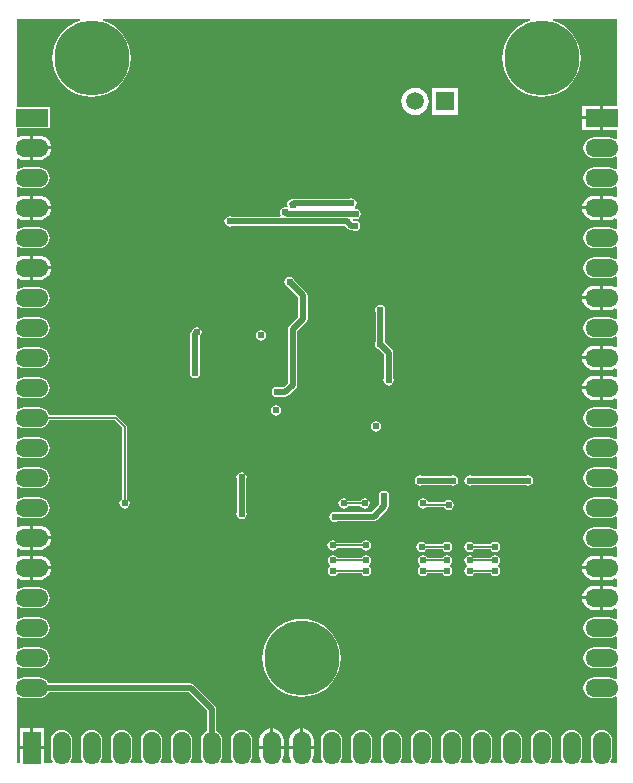
<source format=gbl>
G04*
G04 #@! TF.GenerationSoftware,Altium Limited,Altium Designer,19.1.7 (138)*
G04*
G04 Layer_Physical_Order=2*
G04 Layer_Color=16711680*
%FSLAX25Y25*%
%MOIN*%
G70*
G01*
G75*
%ADD15C,0.00600*%
%ADD55C,0.02000*%
%ADD58R,0.05984X0.05984*%
%ADD59C,0.05984*%
%ADD60C,0.25000*%
%ADD61R,0.11000X0.06000*%
%ADD62O,0.11000X0.06000*%
%ADD63R,0.06000X0.11000*%
%ADD64O,0.06000X0.11000*%
%ADD65C,0.02800*%
%ADD66C,0.02400*%
G36*
X203474Y222500D02*
X199000D01*
Y218500D01*
Y214500D01*
X203474D01*
Y211578D01*
X203026Y211357D01*
X202765Y211557D01*
X201914Y211910D01*
X201000Y212030D01*
X196000D01*
X195086Y211910D01*
X194235Y211557D01*
X193504Y210996D01*
X192943Y210265D01*
X192590Y209414D01*
X192470Y208500D01*
X192590Y207586D01*
X192943Y206735D01*
X193504Y206004D01*
X194235Y205443D01*
X195086Y205090D01*
X196000Y204970D01*
X201000D01*
X201914Y205090D01*
X202765Y205443D01*
X203026Y205643D01*
X203474Y205422D01*
Y201578D01*
X203026Y201357D01*
X202765Y201557D01*
X201914Y201910D01*
X201000Y202030D01*
X196000D01*
X195086Y201910D01*
X194235Y201557D01*
X193504Y200996D01*
X192943Y200265D01*
X192590Y199414D01*
X192470Y198500D01*
X192590Y197586D01*
X192943Y196735D01*
X193504Y196004D01*
X194235Y195443D01*
X195086Y195090D01*
X196000Y194970D01*
X201000D01*
X201914Y195090D01*
X202765Y195443D01*
X203026Y195643D01*
X203474Y195422D01*
Y192209D01*
X203340Y192142D01*
X202974Y192012D01*
X202044Y192397D01*
X201000Y192534D01*
X199000D01*
Y188500D01*
Y184466D01*
X201000D01*
X202044Y184603D01*
X202974Y184988D01*
X203340Y184857D01*
X203474Y184791D01*
Y181578D01*
X203026Y181357D01*
X202765Y181557D01*
X201914Y181910D01*
X201000Y182030D01*
X196000D01*
X195086Y181910D01*
X194235Y181557D01*
X193504Y180996D01*
X192943Y180265D01*
X192590Y179414D01*
X192470Y178500D01*
X192590Y177586D01*
X192943Y176735D01*
X193504Y176004D01*
X194235Y175443D01*
X195086Y175090D01*
X196000Y174970D01*
X201000D01*
X201914Y175090D01*
X202765Y175443D01*
X203026Y175643D01*
X203474Y175422D01*
Y171578D01*
X203026Y171357D01*
X202765Y171557D01*
X201914Y171910D01*
X201000Y172030D01*
X196000D01*
X195086Y171910D01*
X194235Y171557D01*
X193504Y170996D01*
X192943Y170265D01*
X192590Y169414D01*
X192470Y168500D01*
X192590Y167586D01*
X192943Y166735D01*
X193504Y166004D01*
X194235Y165443D01*
X195086Y165090D01*
X196000Y164970D01*
X201000D01*
X201914Y165090D01*
X202765Y165443D01*
X203026Y165643D01*
X203474Y165422D01*
Y162209D01*
X203340Y162143D01*
X202974Y162012D01*
X202044Y162397D01*
X201000Y162534D01*
X199000D01*
Y158500D01*
Y154465D01*
X201000D01*
X202044Y154603D01*
X202974Y154988D01*
X203340Y154858D01*
X203474Y154791D01*
Y151578D01*
X203026Y151357D01*
X202765Y151557D01*
X201914Y151910D01*
X201000Y152030D01*
X196000D01*
X195086Y151910D01*
X194235Y151557D01*
X193504Y150996D01*
X192943Y150265D01*
X192590Y149414D01*
X192470Y148500D01*
X192590Y147586D01*
X192943Y146735D01*
X193504Y146004D01*
X194235Y145443D01*
X195086Y145090D01*
X196000Y144970D01*
X201000D01*
X201914Y145090D01*
X202765Y145443D01*
X203026Y145643D01*
X203474Y145422D01*
Y142209D01*
X203340Y142142D01*
X202974Y142012D01*
X202044Y142397D01*
X201000Y142534D01*
X199000D01*
Y138500D01*
Y134466D01*
X201000D01*
X202044Y134603D01*
X202974Y134988D01*
X203340Y134857D01*
X203474Y134791D01*
Y132209D01*
X203340Y132142D01*
X202974Y132012D01*
X202044Y132397D01*
X201000Y132535D01*
X199000D01*
Y128500D01*
Y124466D01*
X201000D01*
X202044Y124603D01*
X202974Y124988D01*
X203340Y124857D01*
X203474Y124791D01*
Y121578D01*
X203026Y121357D01*
X202765Y121557D01*
X201914Y121910D01*
X201000Y122030D01*
X196000D01*
X195086Y121910D01*
X194235Y121557D01*
X193504Y120996D01*
X192943Y120265D01*
X192590Y119414D01*
X192470Y118500D01*
X192590Y117586D01*
X192943Y116735D01*
X193504Y116004D01*
X194235Y115443D01*
X195086Y115090D01*
X196000Y114970D01*
X201000D01*
X201914Y115090D01*
X202765Y115443D01*
X203026Y115643D01*
X203474Y115422D01*
Y111578D01*
X203026Y111357D01*
X202765Y111557D01*
X201914Y111910D01*
X201000Y112030D01*
X196000D01*
X195086Y111910D01*
X194235Y111557D01*
X193504Y110996D01*
X192943Y110265D01*
X192590Y109414D01*
X192470Y108500D01*
X192590Y107586D01*
X192943Y106735D01*
X193504Y106004D01*
X194235Y105443D01*
X195086Y105090D01*
X196000Y104970D01*
X201000D01*
X201914Y105090D01*
X202765Y105443D01*
X203026Y105643D01*
X203474Y105422D01*
Y101578D01*
X203026Y101357D01*
X202765Y101557D01*
X201914Y101910D01*
X201000Y102030D01*
X196000D01*
X195086Y101910D01*
X194235Y101557D01*
X193504Y100996D01*
X192943Y100265D01*
X192590Y99414D01*
X192470Y98500D01*
X192590Y97586D01*
X192943Y96735D01*
X193504Y96004D01*
X194235Y95443D01*
X195086Y95090D01*
X196000Y94970D01*
X201000D01*
X201914Y95090D01*
X202765Y95443D01*
X203026Y95643D01*
X203474Y95422D01*
Y91578D01*
X203026Y91357D01*
X202765Y91557D01*
X201914Y91910D01*
X201000Y92030D01*
X196000D01*
X195086Y91910D01*
X194235Y91557D01*
X193504Y90996D01*
X192943Y90265D01*
X192590Y89414D01*
X192470Y88500D01*
X192590Y87586D01*
X192943Y86735D01*
X193504Y86004D01*
X194235Y85443D01*
X195086Y85090D01*
X196000Y84970D01*
X201000D01*
X201914Y85090D01*
X202765Y85443D01*
X203026Y85643D01*
X203474Y85422D01*
Y81578D01*
X203026Y81357D01*
X202765Y81557D01*
X201914Y81910D01*
X201000Y82030D01*
X196000D01*
X195086Y81910D01*
X194235Y81557D01*
X193504Y80996D01*
X192943Y80265D01*
X192590Y79414D01*
X192470Y78500D01*
X192590Y77586D01*
X192943Y76735D01*
X193504Y76004D01*
X194235Y75443D01*
X195086Y75090D01*
X196000Y74970D01*
X201000D01*
X201914Y75090D01*
X202765Y75443D01*
X203026Y75643D01*
X203474Y75422D01*
Y72209D01*
X203340Y72142D01*
X202974Y72012D01*
X202044Y72397D01*
X201000Y72535D01*
X199000D01*
Y68500D01*
Y64465D01*
X201000D01*
X202044Y64603D01*
X202974Y64988D01*
X203340Y64858D01*
X203474Y64791D01*
Y62209D01*
X203340Y62142D01*
X202974Y62012D01*
X202044Y62397D01*
X201000Y62534D01*
X199000D01*
Y58500D01*
Y54466D01*
X201000D01*
X202044Y54603D01*
X202974Y54988D01*
X203340Y54858D01*
X203474Y54791D01*
Y51578D01*
X203026Y51357D01*
X202765Y51557D01*
X201914Y51910D01*
X201000Y52030D01*
X196000D01*
X195086Y51910D01*
X194235Y51557D01*
X193504Y50996D01*
X192943Y50265D01*
X192590Y49414D01*
X192470Y48500D01*
X192590Y47586D01*
X192943Y46735D01*
X193504Y46004D01*
X194235Y45443D01*
X195086Y45090D01*
X196000Y44970D01*
X201000D01*
X201914Y45090D01*
X202765Y45443D01*
X203026Y45643D01*
X203474Y45422D01*
Y41578D01*
X203026Y41357D01*
X202765Y41557D01*
X201914Y41910D01*
X201000Y42030D01*
X196000D01*
X195086Y41910D01*
X194235Y41557D01*
X193504Y40996D01*
X192943Y40265D01*
X192590Y39414D01*
X192470Y38500D01*
X192590Y37586D01*
X192943Y36735D01*
X193504Y36004D01*
X194235Y35443D01*
X195086Y35090D01*
X196000Y34970D01*
X201000D01*
X201914Y35090D01*
X202765Y35443D01*
X203026Y35643D01*
X203474Y35422D01*
Y31578D01*
X203026Y31357D01*
X202765Y31557D01*
X201914Y31910D01*
X201000Y32030D01*
X196000D01*
X195086Y31910D01*
X194235Y31557D01*
X193504Y30996D01*
X192943Y30265D01*
X192590Y29414D01*
X192470Y28500D01*
X192590Y27586D01*
X192943Y26735D01*
X193504Y26004D01*
X194235Y25443D01*
X195086Y25090D01*
X196000Y24970D01*
X201000D01*
X201914Y25090D01*
X202765Y25443D01*
X203026Y25643D01*
X203474Y25422D01*
Y3526D01*
X201578D01*
X201357Y3974D01*
X201557Y4235D01*
X201910Y5086D01*
X202030Y6000D01*
Y11000D01*
X201910Y11914D01*
X201557Y12765D01*
X200996Y13496D01*
X200265Y14057D01*
X199414Y14410D01*
X198500Y14530D01*
X197586Y14410D01*
X196735Y14057D01*
X196004Y13496D01*
X195443Y12765D01*
X195090Y11914D01*
X194970Y11000D01*
Y6000D01*
X195090Y5086D01*
X195443Y4235D01*
X195643Y3974D01*
X195422Y3526D01*
X191578D01*
X191357Y3974D01*
X191557Y4235D01*
X191910Y5086D01*
X192030Y6000D01*
Y11000D01*
X191910Y11914D01*
X191557Y12765D01*
X190996Y13496D01*
X190265Y14057D01*
X189414Y14410D01*
X188500Y14530D01*
X187586Y14410D01*
X186735Y14057D01*
X186004Y13496D01*
X185443Y12765D01*
X185090Y11914D01*
X184970Y11000D01*
Y6000D01*
X185090Y5086D01*
X185443Y4235D01*
X185643Y3974D01*
X185422Y3526D01*
X181578D01*
X181357Y3974D01*
X181557Y4235D01*
X181910Y5086D01*
X182030Y6000D01*
Y11000D01*
X181910Y11914D01*
X181557Y12765D01*
X180996Y13496D01*
X180265Y14057D01*
X179414Y14410D01*
X178500Y14530D01*
X177586Y14410D01*
X176735Y14057D01*
X176004Y13496D01*
X175443Y12765D01*
X175090Y11914D01*
X174970Y11000D01*
Y6000D01*
X175090Y5086D01*
X175443Y4235D01*
X175643Y3974D01*
X175422Y3526D01*
X171578D01*
X171357Y3974D01*
X171557Y4235D01*
X171910Y5086D01*
X172030Y6000D01*
Y11000D01*
X171910Y11914D01*
X171557Y12765D01*
X170996Y13496D01*
X170265Y14057D01*
X169414Y14410D01*
X168500Y14530D01*
X167586Y14410D01*
X166735Y14057D01*
X166004Y13496D01*
X165443Y12765D01*
X165090Y11914D01*
X164970Y11000D01*
Y6000D01*
X165090Y5086D01*
X165443Y4235D01*
X165643Y3974D01*
X165422Y3526D01*
X161578D01*
X161357Y3974D01*
X161557Y4235D01*
X161910Y5086D01*
X162030Y6000D01*
Y11000D01*
X161910Y11914D01*
X161557Y12765D01*
X160996Y13496D01*
X160265Y14057D01*
X159414Y14410D01*
X158500Y14530D01*
X157586Y14410D01*
X156735Y14057D01*
X156004Y13496D01*
X155443Y12765D01*
X155090Y11914D01*
X154970Y11000D01*
Y6000D01*
X155090Y5086D01*
X155443Y4235D01*
X155643Y3974D01*
X155422Y3526D01*
X151578D01*
X151357Y3974D01*
X151557Y4235D01*
X151910Y5086D01*
X152030Y6000D01*
Y11000D01*
X151910Y11914D01*
X151557Y12765D01*
X150996Y13496D01*
X150265Y14057D01*
X149414Y14410D01*
X148500Y14530D01*
X147586Y14410D01*
X146735Y14057D01*
X146004Y13496D01*
X145443Y12765D01*
X145090Y11914D01*
X144970Y11000D01*
Y6000D01*
X145090Y5086D01*
X145443Y4235D01*
X145643Y3974D01*
X145422Y3526D01*
X141578D01*
X141357Y3974D01*
X141557Y4235D01*
X141910Y5086D01*
X142030Y6000D01*
Y11000D01*
X141910Y11914D01*
X141557Y12765D01*
X140996Y13496D01*
X140265Y14057D01*
X139414Y14410D01*
X138500Y14530D01*
X137586Y14410D01*
X136735Y14057D01*
X136004Y13496D01*
X135443Y12765D01*
X135090Y11914D01*
X134970Y11000D01*
Y6000D01*
X135090Y5086D01*
X135443Y4235D01*
X135643Y3974D01*
X135422Y3526D01*
X131578D01*
X131357Y3974D01*
X131557Y4235D01*
X131910Y5086D01*
X132030Y6000D01*
Y11000D01*
X131910Y11914D01*
X131557Y12765D01*
X130996Y13496D01*
X130265Y14057D01*
X129414Y14410D01*
X128500Y14530D01*
X127586Y14410D01*
X126735Y14057D01*
X126004Y13496D01*
X125443Y12765D01*
X125090Y11914D01*
X124970Y11000D01*
Y6000D01*
X125090Y5086D01*
X125443Y4235D01*
X125643Y3974D01*
X125422Y3526D01*
X121578D01*
X121357Y3974D01*
X121557Y4235D01*
X121910Y5086D01*
X122030Y6000D01*
Y11000D01*
X121910Y11914D01*
X121557Y12765D01*
X120996Y13496D01*
X120265Y14057D01*
X119414Y14410D01*
X118500Y14530D01*
X117586Y14410D01*
X116735Y14057D01*
X116004Y13496D01*
X115443Y12765D01*
X115090Y11914D01*
X114970Y11000D01*
Y6000D01*
X115090Y5086D01*
X115443Y4235D01*
X115643Y3974D01*
X115422Y3526D01*
X111578D01*
X111357Y3974D01*
X111557Y4235D01*
X111910Y5086D01*
X112030Y6000D01*
Y11000D01*
X111910Y11914D01*
X111557Y12765D01*
X110996Y13496D01*
X110265Y14057D01*
X109414Y14410D01*
X108500Y14530D01*
X107586Y14410D01*
X106735Y14057D01*
X106004Y13496D01*
X105443Y12765D01*
X105090Y11914D01*
X104970Y11000D01*
Y6000D01*
X105090Y5086D01*
X105443Y4235D01*
X105643Y3974D01*
X105422Y3526D01*
X102209D01*
X102142Y3660D01*
X102012Y4026D01*
X102397Y4956D01*
X102534Y6000D01*
Y8000D01*
X98500D01*
X94466D01*
Y6000D01*
X94603Y4956D01*
X94988Y4026D01*
X94858Y3660D01*
X94791Y3526D01*
X92209D01*
X92142Y3660D01*
X92012Y4026D01*
X92397Y4956D01*
X92535Y6000D01*
Y8000D01*
X88500D01*
X84465D01*
Y6000D01*
X84603Y4956D01*
X84988Y4026D01*
X84858Y3660D01*
X84791Y3526D01*
X81578D01*
X81357Y3974D01*
X81557Y4235D01*
X81910Y5086D01*
X82030Y6000D01*
Y11000D01*
X81910Y11914D01*
X81557Y12765D01*
X80996Y13496D01*
X80265Y14057D01*
X79414Y14410D01*
X78500Y14530D01*
X77586Y14410D01*
X76735Y14057D01*
X76004Y13496D01*
X75443Y12765D01*
X75090Y11914D01*
X74970Y11000D01*
Y6000D01*
X75090Y5086D01*
X75443Y4235D01*
X75643Y3974D01*
X75422Y3526D01*
X71578D01*
X71357Y3974D01*
X71557Y4235D01*
X71910Y5086D01*
X72030Y6000D01*
Y11000D01*
X71910Y11914D01*
X71557Y12765D01*
X70996Y13496D01*
X70265Y14057D01*
X70029Y14155D01*
Y21500D01*
X69913Y22085D01*
X69581Y22581D01*
X62581Y29581D01*
X62085Y29913D01*
X61500Y30029D01*
X14155D01*
X14057Y30265D01*
X13496Y30996D01*
X12765Y31557D01*
X11914Y31910D01*
X11000Y32030D01*
X6000D01*
X5086Y31910D01*
X4235Y31557D01*
X3974Y31357D01*
X3526Y31578D01*
Y35422D01*
X3974Y35643D01*
X4235Y35443D01*
X5086Y35090D01*
X6000Y34970D01*
X11000D01*
X11914Y35090D01*
X12765Y35443D01*
X13496Y36004D01*
X14057Y36735D01*
X14410Y37586D01*
X14530Y38500D01*
X14410Y39414D01*
X14057Y40265D01*
X13496Y40996D01*
X12765Y41557D01*
X11914Y41910D01*
X11000Y42030D01*
X6000D01*
X5086Y41910D01*
X4235Y41557D01*
X3974Y41357D01*
X3526Y41578D01*
Y45422D01*
X3974Y45643D01*
X4235Y45443D01*
X5086Y45090D01*
X6000Y44970D01*
X11000D01*
X11914Y45090D01*
X12765Y45443D01*
X13496Y46004D01*
X14057Y46735D01*
X14410Y47586D01*
X14530Y48500D01*
X14410Y49414D01*
X14057Y50265D01*
X13496Y50996D01*
X12765Y51557D01*
X11914Y51910D01*
X11000Y52030D01*
X6000D01*
X5086Y51910D01*
X4235Y51557D01*
X3974Y51357D01*
X3526Y51578D01*
Y55422D01*
X3974Y55643D01*
X4235Y55443D01*
X5086Y55090D01*
X6000Y54970D01*
X11000D01*
X11914Y55090D01*
X12765Y55443D01*
X13496Y56004D01*
X14057Y56735D01*
X14410Y57586D01*
X14530Y58500D01*
X14410Y59414D01*
X14057Y60265D01*
X13496Y60996D01*
X12765Y61557D01*
X11914Y61910D01*
X11000Y62030D01*
X6000D01*
X5086Y61910D01*
X4235Y61557D01*
X3974Y61357D01*
X3526Y61578D01*
Y64791D01*
X3660Y64858D01*
X4026Y64988D01*
X4956Y64603D01*
X6000Y64465D01*
X8000D01*
Y68500D01*
Y72535D01*
X6000D01*
X4956Y72397D01*
X4026Y72012D01*
X3660Y72142D01*
X3526Y72209D01*
Y74791D01*
X3660Y74858D01*
X4026Y74988D01*
X4956Y74603D01*
X6000Y74466D01*
X8000D01*
Y78500D01*
Y82534D01*
X6000D01*
X4956Y82397D01*
X4026Y82012D01*
X3660Y82142D01*
X3526Y82209D01*
Y85422D01*
X3974Y85643D01*
X4235Y85443D01*
X5086Y85090D01*
X6000Y84970D01*
X11000D01*
X11914Y85090D01*
X12765Y85443D01*
X13496Y86004D01*
X14057Y86735D01*
X14410Y87586D01*
X14530Y88500D01*
X14410Y89414D01*
X14057Y90265D01*
X13496Y90996D01*
X12765Y91557D01*
X11914Y91910D01*
X11000Y92030D01*
X6000D01*
X5086Y91910D01*
X4235Y91557D01*
X3974Y91357D01*
X3526Y91578D01*
Y95422D01*
X3974Y95643D01*
X4235Y95443D01*
X5086Y95090D01*
X6000Y94970D01*
X11000D01*
X11914Y95090D01*
X12765Y95443D01*
X13496Y96004D01*
X14057Y96735D01*
X14410Y97586D01*
X14530Y98500D01*
X14410Y99414D01*
X14057Y100265D01*
X13496Y100996D01*
X12765Y101557D01*
X11914Y101910D01*
X11000Y102030D01*
X6000D01*
X5086Y101910D01*
X4235Y101557D01*
X3974Y101357D01*
X3526Y101578D01*
Y105422D01*
X3974Y105643D01*
X4235Y105443D01*
X5086Y105090D01*
X6000Y104970D01*
X11000D01*
X11914Y105090D01*
X12765Y105443D01*
X13496Y106004D01*
X14057Y106735D01*
X14410Y107586D01*
X14530Y108500D01*
X14410Y109414D01*
X14057Y110265D01*
X13496Y110996D01*
X12765Y111557D01*
X11914Y111910D01*
X11000Y112030D01*
X6000D01*
X5086Y111910D01*
X4235Y111557D01*
X3974Y111357D01*
X3526Y111578D01*
Y115422D01*
X3974Y115643D01*
X4235Y115443D01*
X5086Y115090D01*
X6000Y114970D01*
X11000D01*
X11914Y115090D01*
X12765Y115443D01*
X13496Y116004D01*
X14057Y116735D01*
X14410Y117586D01*
X14423Y117684D01*
X36162D01*
X38684Y115162D01*
Y91500D01*
X38274Y91226D01*
X37899Y90663D01*
X37767Y90000D01*
X37899Y89337D01*
X38274Y88774D01*
X38837Y88399D01*
X39500Y88267D01*
X40163Y88399D01*
X40726Y88774D01*
X41101Y89337D01*
X41233Y90000D01*
X41101Y90663D01*
X40726Y91226D01*
X40316Y91500D01*
Y115500D01*
X40316Y115500D01*
X40254Y115812D01*
X40077Y116077D01*
X37077Y119077D01*
X36812Y119254D01*
X36500Y119316D01*
X36500Y119316D01*
X14423D01*
X14410Y119414D01*
X14057Y120265D01*
X13496Y120996D01*
X12765Y121557D01*
X11914Y121910D01*
X11000Y122030D01*
X6000D01*
X5086Y121910D01*
X4235Y121557D01*
X3974Y121357D01*
X3526Y121578D01*
Y125422D01*
X3974Y125643D01*
X4235Y125443D01*
X5086Y125090D01*
X6000Y124970D01*
X11000D01*
X11914Y125090D01*
X12765Y125443D01*
X13496Y126004D01*
X14057Y126735D01*
X14410Y127586D01*
X14530Y128500D01*
X14410Y129414D01*
X14057Y130265D01*
X13496Y130996D01*
X12765Y131557D01*
X11914Y131910D01*
X11000Y132030D01*
X6000D01*
X5086Y131910D01*
X4235Y131557D01*
X3974Y131357D01*
X3526Y131578D01*
Y135422D01*
X3974Y135643D01*
X4235Y135443D01*
X5086Y135090D01*
X6000Y134970D01*
X11000D01*
X11914Y135090D01*
X12765Y135443D01*
X13496Y136004D01*
X14057Y136735D01*
X14410Y137586D01*
X14530Y138500D01*
X14410Y139414D01*
X14057Y140265D01*
X13496Y140996D01*
X12765Y141557D01*
X11914Y141910D01*
X11000Y142030D01*
X6000D01*
X5086Y141910D01*
X4235Y141557D01*
X3974Y141357D01*
X3526Y141578D01*
Y145422D01*
X3974Y145643D01*
X4235Y145443D01*
X5086Y145090D01*
X6000Y144970D01*
X11000D01*
X11914Y145090D01*
X12765Y145443D01*
X13496Y146004D01*
X14057Y146735D01*
X14410Y147586D01*
X14530Y148500D01*
X14410Y149414D01*
X14057Y150265D01*
X13496Y150996D01*
X12765Y151557D01*
X11914Y151910D01*
X11000Y152030D01*
X6000D01*
X5086Y151910D01*
X4235Y151557D01*
X3974Y151357D01*
X3526Y151578D01*
Y155422D01*
X3974Y155643D01*
X4235Y155443D01*
X5086Y155090D01*
X6000Y154970D01*
X11000D01*
X11914Y155090D01*
X12765Y155443D01*
X13496Y156004D01*
X14057Y156735D01*
X14410Y157586D01*
X14530Y158500D01*
X14410Y159414D01*
X14057Y160265D01*
X13496Y160996D01*
X12765Y161557D01*
X11914Y161910D01*
X11000Y162030D01*
X6000D01*
X5086Y161910D01*
X4235Y161557D01*
X3974Y161357D01*
X3526Y161578D01*
Y164791D01*
X3660Y164857D01*
X4026Y164988D01*
X4956Y164603D01*
X6000Y164465D01*
X8000D01*
Y168500D01*
Y172535D01*
X6000D01*
X4956Y172397D01*
X4026Y172012D01*
X3660Y172143D01*
X3526Y172209D01*
Y175422D01*
X3974Y175643D01*
X4235Y175443D01*
X5086Y175090D01*
X6000Y174970D01*
X11000D01*
X11914Y175090D01*
X12765Y175443D01*
X13496Y176004D01*
X14057Y176735D01*
X14410Y177586D01*
X14530Y178500D01*
X14410Y179414D01*
X14057Y180265D01*
X13496Y180996D01*
X12765Y181557D01*
X11914Y181910D01*
X11000Y182030D01*
X6000D01*
X5086Y181910D01*
X4235Y181557D01*
X3974Y181357D01*
X3526Y181578D01*
Y184791D01*
X3660Y184857D01*
X4026Y184988D01*
X4956Y184603D01*
X6000Y184466D01*
X8000D01*
Y188500D01*
Y192534D01*
X6000D01*
X4956Y192397D01*
X4026Y192012D01*
X3660Y192142D01*
X3526Y192209D01*
Y195422D01*
X3974Y195643D01*
X4235Y195443D01*
X5086Y195090D01*
X6000Y194970D01*
X11000D01*
X11914Y195090D01*
X12765Y195443D01*
X13496Y196004D01*
X14057Y196735D01*
X14410Y197586D01*
X14530Y198500D01*
X14410Y199414D01*
X14057Y200265D01*
X13496Y200996D01*
X12765Y201557D01*
X11914Y201910D01*
X11000Y202030D01*
X6000D01*
X5086Y201910D01*
X4235Y201557D01*
X3974Y201357D01*
X3526Y201578D01*
Y204791D01*
X3660Y204857D01*
X4026Y204988D01*
X4956Y204603D01*
X6000Y204466D01*
X8000D01*
Y208500D01*
Y212534D01*
X6000D01*
X4956Y212397D01*
X4026Y212012D01*
X3660Y212142D01*
X3526Y212209D01*
Y215000D01*
X14500D01*
Y222000D01*
X3526D01*
Y251474D01*
X24712D01*
X24771Y250974D01*
X24470Y250902D01*
X22580Y250119D01*
X20835Y249050D01*
X19279Y247721D01*
X17950Y246165D01*
X16881Y244420D01*
X16098Y242530D01*
X15620Y240540D01*
X15460Y238500D01*
X15620Y236460D01*
X16098Y234470D01*
X16881Y232580D01*
X17950Y230835D01*
X19279Y229279D01*
X20835Y227950D01*
X22580Y226881D01*
X24470Y226098D01*
X26460Y225620D01*
X28500Y225460D01*
X30540Y225620D01*
X32530Y226098D01*
X34420Y226881D01*
X36165Y227950D01*
X37721Y229279D01*
X39050Y230835D01*
X40119Y232580D01*
X40902Y234470D01*
X41380Y236460D01*
X41540Y238500D01*
X41380Y240540D01*
X40902Y242530D01*
X40119Y244420D01*
X39050Y246165D01*
X37721Y247721D01*
X36165Y249050D01*
X34420Y250119D01*
X32530Y250902D01*
X32229Y250974D01*
X32288Y251474D01*
X174712D01*
X174771Y250974D01*
X174470Y250902D01*
X172580Y250119D01*
X170835Y249050D01*
X169279Y247721D01*
X167950Y246165D01*
X166881Y244420D01*
X166098Y242530D01*
X165620Y240540D01*
X165460Y238500D01*
X165620Y236460D01*
X166098Y234470D01*
X166881Y232580D01*
X167950Y230835D01*
X169279Y229279D01*
X170835Y227950D01*
X172580Y226881D01*
X174470Y226098D01*
X176460Y225620D01*
X178500Y225460D01*
X180540Y225620D01*
X182530Y226098D01*
X184420Y226881D01*
X186165Y227950D01*
X187721Y229279D01*
X189050Y230835D01*
X190119Y232580D01*
X190902Y234470D01*
X191380Y236460D01*
X191540Y238500D01*
X191380Y240540D01*
X190902Y242530D01*
X190119Y244420D01*
X189050Y246165D01*
X187721Y247721D01*
X186165Y249050D01*
X184420Y250119D01*
X182530Y250902D01*
X182229Y250974D01*
X182288Y251474D01*
X203474D01*
Y222500D01*
D02*
G37*
G36*
X66971Y20866D02*
Y14155D01*
X66735Y14057D01*
X66004Y13496D01*
X65443Y12765D01*
X65090Y11914D01*
X64970Y11000D01*
Y6000D01*
X65090Y5086D01*
X65443Y4235D01*
X65643Y3974D01*
X65422Y3526D01*
X61578D01*
X61357Y3974D01*
X61557Y4235D01*
X61910Y5086D01*
X62030Y6000D01*
Y11000D01*
X61910Y11914D01*
X61557Y12765D01*
X60996Y13496D01*
X60265Y14057D01*
X59414Y14410D01*
X58500Y14530D01*
X57586Y14410D01*
X56735Y14057D01*
X56004Y13496D01*
X55443Y12765D01*
X55090Y11914D01*
X54970Y11000D01*
Y6000D01*
X55090Y5086D01*
X55443Y4235D01*
X55643Y3974D01*
X55422Y3526D01*
X51578D01*
X51357Y3974D01*
X51557Y4235D01*
X51910Y5086D01*
X52030Y6000D01*
Y11000D01*
X51910Y11914D01*
X51557Y12765D01*
X50996Y13496D01*
X50265Y14057D01*
X49414Y14410D01*
X48500Y14530D01*
X47586Y14410D01*
X46735Y14057D01*
X46004Y13496D01*
X45443Y12765D01*
X45090Y11914D01*
X44970Y11000D01*
Y6000D01*
X45090Y5086D01*
X45443Y4235D01*
X45643Y3974D01*
X45422Y3526D01*
X41578D01*
X41357Y3974D01*
X41557Y4235D01*
X41910Y5086D01*
X42030Y6000D01*
Y11000D01*
X41910Y11914D01*
X41557Y12765D01*
X40996Y13496D01*
X40265Y14057D01*
X39414Y14410D01*
X38500Y14530D01*
X37586Y14410D01*
X36735Y14057D01*
X36004Y13496D01*
X35443Y12765D01*
X35090Y11914D01*
X34970Y11000D01*
Y6000D01*
X35090Y5086D01*
X35443Y4235D01*
X35643Y3974D01*
X35422Y3526D01*
X31578D01*
X31357Y3974D01*
X31557Y4235D01*
X31910Y5086D01*
X32030Y6000D01*
Y11000D01*
X31910Y11914D01*
X31557Y12765D01*
X30996Y13496D01*
X30265Y14057D01*
X29414Y14410D01*
X28500Y14530D01*
X27586Y14410D01*
X26735Y14057D01*
X26004Y13496D01*
X25443Y12765D01*
X25090Y11914D01*
X24970Y11000D01*
Y6000D01*
X25090Y5086D01*
X25443Y4235D01*
X25643Y3974D01*
X25422Y3526D01*
X21578D01*
X21357Y3974D01*
X21557Y4235D01*
X21910Y5086D01*
X22030Y6000D01*
Y11000D01*
X21910Y11914D01*
X21557Y12765D01*
X20996Y13496D01*
X20265Y14057D01*
X19414Y14410D01*
X18500Y14530D01*
X17586Y14410D01*
X16735Y14057D01*
X16004Y13496D01*
X15443Y12765D01*
X15090Y11914D01*
X14970Y11000D01*
Y6000D01*
X15090Y5086D01*
X15443Y4235D01*
X15643Y3974D01*
X15422Y3526D01*
X12500D01*
Y8000D01*
X8500D01*
Y8500D01*
D01*
Y8000D01*
X4500D01*
Y3526D01*
X3526D01*
Y25422D01*
X3974Y25643D01*
X4235Y25443D01*
X5086Y25090D01*
X6000Y24970D01*
X11000D01*
X11914Y25090D01*
X12765Y25443D01*
X13496Y26004D01*
X14057Y26735D01*
X14155Y26971D01*
X60866D01*
X66971Y20866D01*
D02*
G37*
%LPC*%
G36*
X150805Y228479D02*
X141821D01*
Y219495D01*
X150805D01*
Y228479D01*
D02*
G37*
G36*
X136313Y228518D02*
X135140Y228363D01*
X134047Y227910D01*
X133109Y227190D01*
X132389Y226252D01*
X131936Y225159D01*
X131782Y223987D01*
X131936Y222814D01*
X132389Y221721D01*
X133109Y220783D01*
X134047Y220063D01*
X135140Y219610D01*
X136313Y219456D01*
X137485Y219610D01*
X138578Y220063D01*
X139516Y220783D01*
X140237Y221721D01*
X140689Y222814D01*
X140844Y223987D01*
X140689Y225159D01*
X140237Y226252D01*
X139516Y227190D01*
X138578Y227910D01*
X137485Y228363D01*
X136313Y228518D01*
D02*
G37*
G36*
X198000Y222500D02*
X192000D01*
Y219000D01*
X198000D01*
Y222500D01*
D02*
G37*
G36*
Y218000D02*
X192000D01*
Y214500D01*
X198000D01*
Y218000D01*
D02*
G37*
G36*
X11000Y212534D02*
X9000D01*
Y209000D01*
X14969D01*
X14897Y209544D01*
X14494Y210517D01*
X13853Y211353D01*
X13017Y211994D01*
X12044Y212397D01*
X11000Y212534D01*
D02*
G37*
G36*
X14969Y208000D02*
X9000D01*
Y204466D01*
X11000D01*
X12044Y204603D01*
X13017Y205006D01*
X13853Y205647D01*
X14494Y206483D01*
X14897Y207456D01*
X14969Y208000D01*
D02*
G37*
G36*
X115086Y191733D02*
X114423Y191601D01*
X114315Y191529D01*
X96000D01*
X95415Y191413D01*
X95269Y191316D01*
X95200Y191329D01*
X94615Y191213D01*
X94119Y190881D01*
X93787Y190385D01*
X93671Y189800D01*
X93787Y189215D01*
X93839Y189137D01*
X93859Y189033D01*
X93851Y189014D01*
X93486Y188649D01*
X93467Y188640D01*
X93000Y188733D01*
X92337Y188601D01*
X91774Y188226D01*
X91399Y187663D01*
X91267Y187000D01*
X91399Y186337D01*
X91604Y186029D01*
X91337Y185529D01*
X75271D01*
X75163Y185601D01*
X74500Y185733D01*
X73837Y185601D01*
X73274Y185226D01*
X72899Y184663D01*
X72767Y184000D01*
X72899Y183337D01*
X73274Y182774D01*
X73837Y182399D01*
X74500Y182267D01*
X75163Y182399D01*
X75271Y182471D01*
X112953D01*
X114005Y181419D01*
X114501Y181087D01*
X115087Y180971D01*
X115571D01*
X115679Y180899D01*
X116342Y180767D01*
X117006Y180899D01*
X117568Y181274D01*
X117944Y181837D01*
X118076Y182500D01*
X117944Y183163D01*
X117568Y183726D01*
X117006Y184101D01*
X116342Y184233D01*
X115679Y184101D01*
X115661Y184089D01*
X115492Y184257D01*
X115628Y184829D01*
X115837Y184899D01*
X116500Y184767D01*
X117163Y184899D01*
X117726Y185274D01*
X118101Y185837D01*
X118233Y186500D01*
X118101Y187163D01*
X117726Y187726D01*
X117163Y188101D01*
X116500Y188233D01*
X116360Y188205D01*
X116165Y188676D01*
X116311Y188774D01*
X116687Y189337D01*
X116819Y190000D01*
X116687Y190663D01*
X116311Y191226D01*
X115749Y191601D01*
X115086Y191733D01*
D02*
G37*
G36*
X198000Y192534D02*
X196000D01*
X194956Y192397D01*
X193983Y191994D01*
X193147Y191353D01*
X192506Y190517D01*
X192103Y189544D01*
X192031Y189000D01*
X198000D01*
Y192534D01*
D02*
G37*
G36*
X11000D02*
X9000D01*
Y189000D01*
X14969D01*
X14897Y189544D01*
X14494Y190517D01*
X13853Y191353D01*
X13017Y191994D01*
X12044Y192397D01*
X11000Y192534D01*
D02*
G37*
G36*
X198000Y188000D02*
X192031D01*
X192103Y187456D01*
X192506Y186483D01*
X193147Y185647D01*
X193983Y185006D01*
X194956Y184603D01*
X196000Y184466D01*
X198000D01*
Y188000D01*
D02*
G37*
G36*
X14969D02*
X9000D01*
Y184466D01*
X11000D01*
X12044Y184603D01*
X13017Y185006D01*
X13853Y185647D01*
X14494Y186483D01*
X14897Y187456D01*
X14969Y188000D01*
D02*
G37*
G36*
X11000Y172535D02*
X9000D01*
Y169000D01*
X14969D01*
X14897Y169544D01*
X14494Y170517D01*
X13853Y171353D01*
X13017Y171994D01*
X12044Y172397D01*
X11000Y172535D01*
D02*
G37*
G36*
X14969Y168000D02*
X9000D01*
Y164465D01*
X11000D01*
X12044Y164603D01*
X13017Y165006D01*
X13853Y165647D01*
X14494Y166483D01*
X14897Y167456D01*
X14969Y168000D01*
D02*
G37*
G36*
X198000Y162534D02*
X196000D01*
X194956Y162397D01*
X193983Y161994D01*
X193147Y161353D01*
X192506Y160517D01*
X192103Y159544D01*
X192031Y159000D01*
X198000D01*
Y162534D01*
D02*
G37*
G36*
Y158000D02*
X192031D01*
X192103Y157456D01*
X192506Y156483D01*
X193147Y155647D01*
X193983Y155006D01*
X194956Y154603D01*
X196000Y154465D01*
X198000D01*
Y158000D01*
D02*
G37*
G36*
X85000Y147733D02*
X84337Y147601D01*
X83774Y147226D01*
X83399Y146663D01*
X83267Y146000D01*
X83399Y145337D01*
X83774Y144774D01*
X84337Y144399D01*
X85000Y144267D01*
X85663Y144399D01*
X86226Y144774D01*
X86601Y145337D01*
X86733Y146000D01*
X86601Y146663D01*
X86226Y147226D01*
X85663Y147601D01*
X85000Y147733D01*
D02*
G37*
G36*
X198000Y142534D02*
X196000D01*
X194956Y142397D01*
X193983Y141994D01*
X193147Y141353D01*
X192506Y140517D01*
X192103Y139544D01*
X192031Y139000D01*
X198000D01*
Y142534D01*
D02*
G37*
G36*
Y138000D02*
X192031D01*
X192103Y137456D01*
X192506Y136483D01*
X193147Y135647D01*
X193983Y135006D01*
X194956Y134603D01*
X196000Y134466D01*
X198000D01*
Y138000D01*
D02*
G37*
G36*
X63500Y148733D02*
X62837Y148601D01*
X62274Y148226D01*
X61899Y147663D01*
X61867Y147504D01*
X61587Y147085D01*
X61471Y146500D01*
Y134271D01*
X61399Y134163D01*
X61267Y133500D01*
X61399Y132837D01*
X61774Y132274D01*
X62337Y131899D01*
X63000Y131767D01*
X63663Y131899D01*
X64226Y132274D01*
X64601Y132837D01*
X64733Y133500D01*
X64601Y134163D01*
X64529Y134271D01*
Y145643D01*
X64726Y145774D01*
X65101Y146337D01*
X65233Y147000D01*
X65101Y147663D01*
X64726Y148226D01*
X64163Y148601D01*
X63500Y148733D01*
D02*
G37*
G36*
X124709Y156202D02*
X124045Y156070D01*
X123483Y155694D01*
X123107Y155132D01*
X122975Y154469D01*
X123107Y153805D01*
X123179Y153698D01*
Y143822D01*
X123107Y143714D01*
X122975Y143051D01*
X123107Y142388D01*
X123483Y141825D01*
X124045Y141450D01*
X124172Y141425D01*
X125971Y139626D01*
Y131771D01*
X125899Y131663D01*
X125767Y131000D01*
X125899Y130337D01*
X126274Y129774D01*
X126837Y129399D01*
X127500Y129267D01*
X128163Y129399D01*
X128726Y129774D01*
X129101Y130337D01*
X129233Y131000D01*
X129101Y131663D01*
X129029Y131771D01*
Y140260D01*
X128913Y140845D01*
X128581Y141341D01*
X126335Y143587D01*
X126310Y143714D01*
X126238Y143822D01*
Y153698D01*
X126310Y153805D01*
X126442Y154469D01*
X126310Y155132D01*
X125934Y155694D01*
X125372Y156070D01*
X124709Y156202D01*
D02*
G37*
G36*
X198000Y132535D02*
X196000D01*
X194956Y132397D01*
X193983Y131994D01*
X193147Y131353D01*
X192506Y130517D01*
X192103Y129544D01*
X192031Y129000D01*
X198000D01*
Y132535D01*
D02*
G37*
G36*
X94492Y165608D02*
X93829Y165476D01*
X93266Y165100D01*
X92891Y164538D01*
X92759Y163875D01*
X92891Y163212D01*
X93266Y162649D01*
X93829Y162273D01*
X93956Y162248D01*
X97471Y158733D01*
Y152134D01*
X94419Y149081D01*
X94087Y148585D01*
X93971Y148000D01*
Y130133D01*
X92473Y128636D01*
X91082D01*
X90974Y128708D01*
X90311Y128840D01*
X89647Y128708D01*
X89085Y128332D01*
X88709Y127770D01*
X88577Y127106D01*
X88709Y126443D01*
X89085Y125881D01*
X89647Y125505D01*
X90311Y125373D01*
X90974Y125505D01*
X91082Y125577D01*
X93106D01*
X93692Y125693D01*
X94188Y126025D01*
X96581Y128419D01*
X96913Y128915D01*
X97029Y129500D01*
Y147366D01*
X100081Y150419D01*
X100413Y150915D01*
X100529Y151500D01*
Y159367D01*
X100413Y159952D01*
X100081Y160448D01*
X96119Y164411D01*
X96093Y164538D01*
X95718Y165100D01*
X95155Y165476D01*
X94492Y165608D01*
D02*
G37*
G36*
X198000Y128000D02*
X192031D01*
X192103Y127456D01*
X192506Y126483D01*
X193147Y125647D01*
X193983Y125006D01*
X194956Y124603D01*
X196000Y124466D01*
X198000D01*
Y128000D01*
D02*
G37*
G36*
X90000Y122733D02*
X89337Y122601D01*
X88774Y122226D01*
X88399Y121663D01*
X88267Y121000D01*
X88399Y120337D01*
X88774Y119774D01*
X89337Y119399D01*
X90000Y119267D01*
X90663Y119399D01*
X91226Y119774D01*
X91601Y120337D01*
X91733Y121000D01*
X91601Y121663D01*
X91226Y122226D01*
X90663Y122601D01*
X90000Y122733D01*
D02*
G37*
G36*
X123331Y117381D02*
X122667Y117249D01*
X122105Y116874D01*
X121729Y116311D01*
X121597Y115648D01*
X121729Y114985D01*
X122105Y114422D01*
X122667Y114047D01*
X123331Y113915D01*
X123994Y114047D01*
X124556Y114422D01*
X124932Y114985D01*
X125064Y115648D01*
X124932Y116311D01*
X124556Y116874D01*
X123994Y117249D01*
X123331Y117381D01*
D02*
G37*
G36*
X174000Y99293D02*
X173337Y99161D01*
X173229Y99089D01*
X155271D01*
X155163Y99161D01*
X154500Y99293D01*
X153837Y99161D01*
X153274Y98785D01*
X152899Y98223D01*
X152767Y97560D01*
X152899Y96896D01*
X153274Y96334D01*
X153837Y95958D01*
X154500Y95826D01*
X155163Y95958D01*
X155271Y96030D01*
X173229D01*
X173337Y95958D01*
X174000Y95826D01*
X174663Y95958D01*
X175226Y96334D01*
X175601Y96896D01*
X175733Y97560D01*
X175601Y98223D01*
X175226Y98785D01*
X174663Y99161D01*
X174000Y99293D01*
D02*
G37*
G36*
X148945D02*
X148281Y99161D01*
X148174Y99089D01*
X138771D01*
X138663Y99161D01*
X138000Y99293D01*
X137337Y99161D01*
X136774Y98785D01*
X136399Y98223D01*
X136267Y97560D01*
X136399Y96896D01*
X136774Y96334D01*
X137337Y95958D01*
X138000Y95826D01*
X138663Y95958D01*
X138771Y96030D01*
X148174D01*
X148281Y95958D01*
X148945Y95826D01*
X149608Y95958D01*
X150170Y96334D01*
X150546Y96896D01*
X150678Y97560D01*
X150546Y98223D01*
X150170Y98785D01*
X149608Y99161D01*
X148945Y99293D01*
D02*
G37*
G36*
X119500Y91733D02*
X118837Y91601D01*
X118274Y91226D01*
X118000Y90816D01*
X114000D01*
X113726Y91226D01*
X113163Y91601D01*
X112500Y91733D01*
X111837Y91601D01*
X111274Y91226D01*
X110899Y90663D01*
X110767Y90000D01*
X110899Y89337D01*
X111274Y88774D01*
X111837Y88399D01*
X112500Y88267D01*
X113163Y88399D01*
X113726Y88774D01*
X114000Y89184D01*
X118000D01*
X118274Y88774D01*
X118837Y88399D01*
X119500Y88267D01*
X120163Y88399D01*
X120726Y88774D01*
X121101Y89337D01*
X121233Y90000D01*
X121101Y90663D01*
X120726Y91226D01*
X120163Y91601D01*
X119500Y91733D01*
D02*
G37*
G36*
X139000D02*
X138337Y91601D01*
X137774Y91226D01*
X137399Y90663D01*
X137267Y90000D01*
X137399Y89337D01*
X137774Y88774D01*
X138337Y88399D01*
X139000Y88267D01*
X139663Y88399D01*
X140091Y88684D01*
X146000D01*
X146274Y88274D01*
X146837Y87899D01*
X147500Y87767D01*
X148163Y87899D01*
X148726Y88274D01*
X149101Y88837D01*
X149233Y89500D01*
X149101Y90163D01*
X148726Y90726D01*
X148163Y91101D01*
X147500Y91233D01*
X146837Y91101D01*
X146274Y90726D01*
X146000Y90316D01*
X140671D01*
X140601Y90663D01*
X140226Y91226D01*
X139663Y91601D01*
X139000Y91733D01*
D02*
G37*
G36*
X126000Y94233D02*
X125337Y94101D01*
X124774Y93726D01*
X124399Y93163D01*
X124267Y92500D01*
X124399Y91837D01*
X124471Y91729D01*
Y89634D01*
X121867Y87029D01*
X110271D01*
X110163Y87101D01*
X109500Y87233D01*
X108837Y87101D01*
X108274Y86726D01*
X107899Y86163D01*
X107767Y85500D01*
X107899Y84837D01*
X108274Y84274D01*
X108837Y83899D01*
X109500Y83767D01*
X110163Y83899D01*
X110271Y83971D01*
X122500D01*
X123085Y84087D01*
X123581Y84419D01*
X127081Y87919D01*
X127413Y88415D01*
X127529Y89000D01*
Y91729D01*
X127601Y91837D01*
X127733Y92500D01*
X127601Y93163D01*
X127226Y93726D01*
X126663Y94101D01*
X126000Y94233D01*
D02*
G37*
G36*
X78500Y100359D02*
X77837Y100227D01*
X77274Y99851D01*
X76899Y99289D01*
X76767Y98626D01*
X76899Y97962D01*
X76971Y97855D01*
Y87271D01*
X76899Y87163D01*
X76767Y86500D01*
X76899Y85837D01*
X77274Y85274D01*
X77837Y84899D01*
X78500Y84767D01*
X79163Y84899D01*
X79726Y85274D01*
X80101Y85837D01*
X80233Y86500D01*
X80101Y87163D01*
X80029Y87271D01*
Y97855D01*
X80101Y97962D01*
X80233Y98626D01*
X80101Y99289D01*
X79726Y99851D01*
X79163Y100227D01*
X78500Y100359D01*
D02*
G37*
G36*
X11000Y82534D02*
X9000D01*
Y79000D01*
X14969D01*
X14897Y79544D01*
X14494Y80517D01*
X13853Y81353D01*
X13017Y81994D01*
X12044Y82397D01*
X11000Y82534D01*
D02*
G37*
G36*
X120000Y77733D02*
X119337Y77601D01*
X118774Y77226D01*
X118500Y76816D01*
X110362D01*
X110088Y77226D01*
X109526Y77601D01*
X108862Y77733D01*
X108199Y77601D01*
X107637Y77226D01*
X107261Y76663D01*
X107129Y76000D01*
X107261Y75337D01*
X107637Y74774D01*
X108199Y74399D01*
X108862Y74267D01*
X109526Y74399D01*
X110088Y74774D01*
X110362Y75184D01*
X118500D01*
X118774Y74774D01*
X119337Y74399D01*
X120000Y74267D01*
X120663Y74399D01*
X121226Y74774D01*
X121601Y75337D01*
X121733Y76000D01*
X121601Y76663D01*
X121226Y77226D01*
X120663Y77601D01*
X120000Y77733D01*
D02*
G37*
G36*
X163000Y77233D02*
X162337Y77101D01*
X161774Y76726D01*
X161500Y76316D01*
X156000D01*
X155726Y76726D01*
X155163Y77101D01*
X154500Y77233D01*
X153837Y77101D01*
X153274Y76726D01*
X152899Y76163D01*
X152767Y75500D01*
X152899Y74837D01*
X153274Y74274D01*
X153837Y73899D01*
X154500Y73767D01*
X155163Y73899D01*
X155726Y74274D01*
X156000Y74684D01*
X161500D01*
X161774Y74274D01*
X162337Y73899D01*
X163000Y73767D01*
X163663Y73899D01*
X164226Y74274D01*
X164601Y74837D01*
X164733Y75500D01*
X164601Y76163D01*
X164226Y76726D01*
X163663Y77101D01*
X163000Y77233D01*
D02*
G37*
G36*
X147000D02*
X146337Y77101D01*
X145774Y76726D01*
X145500Y76316D01*
X140000D01*
X139726Y76726D01*
X139163Y77101D01*
X138500Y77233D01*
X137837Y77101D01*
X137274Y76726D01*
X136899Y76163D01*
X136767Y75500D01*
X136899Y74837D01*
X137274Y74274D01*
X137837Y73899D01*
X138500Y73767D01*
X139163Y73899D01*
X139726Y74274D01*
X140000Y74684D01*
X145500D01*
X145774Y74274D01*
X146337Y73899D01*
X147000Y73767D01*
X147663Y73899D01*
X148226Y74274D01*
X148601Y74837D01*
X148733Y75500D01*
X148601Y76163D01*
X148226Y76726D01*
X147663Y77101D01*
X147000Y77233D01*
D02*
G37*
G36*
X14969Y78000D02*
X9000D01*
Y74466D01*
X11000D01*
X12044Y74603D01*
X13017Y75006D01*
X13853Y75647D01*
X14494Y76483D01*
X14897Y77456D01*
X14969Y78000D01*
D02*
G37*
G36*
X163000Y72733D02*
X162337Y72601D01*
X161774Y72226D01*
X161500Y71816D01*
X156000D01*
X155726Y72226D01*
X155163Y72601D01*
X154500Y72733D01*
X153837Y72601D01*
X153274Y72226D01*
X152899Y71663D01*
X152767Y71000D01*
X152899Y70337D01*
X153274Y69774D01*
X153636Y69533D01*
Y68967D01*
X153274Y68726D01*
X152899Y68163D01*
X152767Y67500D01*
X152899Y66837D01*
X153274Y66274D01*
X153837Y65899D01*
X154500Y65767D01*
X155163Y65899D01*
X155726Y66274D01*
X156000Y66684D01*
X161500D01*
X161774Y66274D01*
X162337Y65899D01*
X163000Y65767D01*
X163663Y65899D01*
X164226Y66274D01*
X164601Y66837D01*
X164733Y67500D01*
X164601Y68163D01*
X164226Y68726D01*
X163864Y68967D01*
Y69533D01*
X164226Y69774D01*
X164601Y70337D01*
X164733Y71000D01*
X164601Y71663D01*
X164226Y72226D01*
X163663Y72601D01*
X163000Y72733D01*
D02*
G37*
G36*
X147000D02*
X146337Y72601D01*
X145774Y72226D01*
X145500Y71816D01*
X140500D01*
X140226Y72226D01*
X139663Y72601D01*
X139000Y72733D01*
X138337Y72601D01*
X137774Y72226D01*
X137399Y71663D01*
X137267Y71000D01*
X137399Y70337D01*
X137774Y69774D01*
X138126Y69539D01*
X138128Y69534D01*
X138110Y68973D01*
X137740Y68726D01*
X137364Y68163D01*
X137232Y67500D01*
X137364Y66837D01*
X137740Y66274D01*
X138302Y65899D01*
X138966Y65767D01*
X139629Y65899D01*
X140191Y66274D01*
X140465Y66684D01*
X145500D01*
X145774Y66274D01*
X146337Y65899D01*
X147000Y65767D01*
X147663Y65899D01*
X148226Y66274D01*
X148601Y66837D01*
X148733Y67500D01*
X148601Y68163D01*
X148226Y68726D01*
X147864Y68967D01*
Y69533D01*
X148226Y69774D01*
X148601Y70337D01*
X148733Y71000D01*
X148601Y71663D01*
X148226Y72226D01*
X147663Y72601D01*
X147000Y72733D01*
D02*
G37*
G36*
X120000D02*
X119337Y72601D01*
X118774Y72226D01*
X118500Y71816D01*
X110500D01*
X110226Y72226D01*
X109663Y72601D01*
X109000Y72733D01*
X108337Y72601D01*
X107774Y72226D01*
X107399Y71663D01*
X107267Y71000D01*
X107399Y70337D01*
X107774Y69774D01*
X108136Y69533D01*
Y68967D01*
X107774Y68726D01*
X107399Y68163D01*
X107267Y67500D01*
X107399Y66837D01*
X107774Y66274D01*
X108337Y65899D01*
X109000Y65767D01*
X109663Y65899D01*
X110226Y66274D01*
X110500Y66684D01*
X118500D01*
X118774Y66274D01*
X119337Y65899D01*
X120000Y65767D01*
X120663Y65899D01*
X121226Y66274D01*
X121601Y66837D01*
X121733Y67500D01*
X121601Y68163D01*
X121226Y68726D01*
X120864Y68967D01*
Y69533D01*
X121226Y69774D01*
X121601Y70337D01*
X121733Y71000D01*
X121601Y71663D01*
X121226Y72226D01*
X120663Y72601D01*
X120000Y72733D01*
D02*
G37*
G36*
X198000Y72535D02*
X196000D01*
X194956Y72397D01*
X193983Y71994D01*
X193147Y71353D01*
X192506Y70517D01*
X192103Y69544D01*
X192031Y69000D01*
X198000D01*
Y72535D01*
D02*
G37*
G36*
X11000D02*
X9000D01*
Y69000D01*
X14969D01*
X14897Y69544D01*
X14494Y70517D01*
X13853Y71353D01*
X13017Y71994D01*
X12044Y72397D01*
X11000Y72535D01*
D02*
G37*
G36*
X198000Y68000D02*
X192031D01*
X192103Y67456D01*
X192506Y66483D01*
X193147Y65647D01*
X193983Y65006D01*
X194956Y64603D01*
X196000Y64465D01*
X198000D01*
Y68000D01*
D02*
G37*
G36*
X14969D02*
X9000D01*
Y64465D01*
X11000D01*
X12044Y64603D01*
X13017Y65006D01*
X13853Y65647D01*
X14494Y66483D01*
X14897Y67456D01*
X14969Y68000D01*
D02*
G37*
G36*
X198000Y62534D02*
X196000D01*
X194956Y62397D01*
X193983Y61994D01*
X193147Y61353D01*
X192506Y60517D01*
X192103Y59544D01*
X192031Y59000D01*
X198000D01*
Y62534D01*
D02*
G37*
G36*
Y58000D02*
X192031D01*
X192103Y57456D01*
X192506Y56483D01*
X193147Y55647D01*
X193983Y55006D01*
X194956Y54603D01*
X196000Y54466D01*
X198000D01*
Y58000D01*
D02*
G37*
G36*
X98500Y51540D02*
X96460Y51380D01*
X94470Y50902D01*
X92580Y50119D01*
X90835Y49050D01*
X89279Y47721D01*
X87950Y46165D01*
X86881Y44420D01*
X86098Y42530D01*
X85620Y40540D01*
X85460Y38500D01*
X85620Y36460D01*
X86098Y34470D01*
X86881Y32580D01*
X87950Y30835D01*
X89279Y29279D01*
X90835Y27950D01*
X92580Y26881D01*
X94470Y26098D01*
X96460Y25620D01*
X98500Y25460D01*
X100540Y25620D01*
X102530Y26098D01*
X104420Y26881D01*
X106165Y27950D01*
X107721Y29279D01*
X109050Y30835D01*
X110119Y32580D01*
X110902Y34470D01*
X111380Y36460D01*
X111540Y38500D01*
X111380Y40540D01*
X110902Y42530D01*
X110119Y44420D01*
X109050Y46165D01*
X107721Y47721D01*
X106165Y49050D01*
X104420Y50119D01*
X102530Y50902D01*
X100540Y51380D01*
X98500Y51540D01*
D02*
G37*
G36*
X99000Y14969D02*
Y9000D01*
X102534D01*
Y11000D01*
X102397Y12044D01*
X101994Y13017D01*
X101353Y13853D01*
X100517Y14494D01*
X99544Y14897D01*
X99000Y14969D01*
D02*
G37*
G36*
X89000D02*
Y9000D01*
X92535D01*
Y11000D01*
X92397Y12044D01*
X91994Y13017D01*
X91353Y13853D01*
X90517Y14494D01*
X89544Y14897D01*
X89000Y14969D01*
D02*
G37*
G36*
X98000D02*
X97456Y14897D01*
X96483Y14494D01*
X95647Y13853D01*
X95006Y13017D01*
X94603Y12044D01*
X94466Y11000D01*
Y9000D01*
X98000D01*
Y14969D01*
D02*
G37*
G36*
X88000D02*
X87456Y14897D01*
X86483Y14494D01*
X85647Y13853D01*
X85006Y13017D01*
X84603Y12044D01*
X84465Y11000D01*
Y9000D01*
X88000D01*
Y14969D01*
D02*
G37*
G36*
X12500Y15000D02*
X9000D01*
Y9000D01*
X12500D01*
Y15000D01*
D02*
G37*
G36*
X8000D02*
X4500D01*
Y9000D01*
X8000D01*
Y15000D01*
D02*
G37*
%LPD*%
D15*
X154500Y67500D02*
X163000D01*
X147000D02*
X147500D01*
X138966D02*
X147000D01*
X109000D02*
X120000D01*
X108862Y76000D02*
X120000D01*
X138500Y75500D02*
X147000D01*
X109000Y71000D02*
X120000D01*
X139000D02*
X147000D01*
X154500D02*
X163000D01*
X154500Y75500D02*
X163000D01*
X8500Y118500D02*
X36500D01*
X39500Y115500D01*
Y90000D02*
Y115500D01*
X112500Y90000D02*
X119500D01*
X139000D02*
X139500Y89500D01*
X147500D01*
D55*
X95200Y189800D02*
X95500Y189500D01*
X96000Y190000D01*
X115086D01*
X93500Y186500D02*
X116500D01*
X93000Y187000D02*
X93500Y186500D01*
X74500Y184000D02*
X113587D01*
X115087Y182500D01*
X116342D01*
X68500Y8500D02*
Y21500D01*
X61500Y28500D02*
X68500Y21500D01*
X8500Y28500D02*
X61500D01*
X95500Y129500D02*
Y148000D01*
X94492Y163875D02*
X99000Y159367D01*
Y151500D02*
Y159367D01*
X95500Y148000D02*
X99000Y151500D01*
X63000Y146500D02*
X63500Y147000D01*
X63000Y133500D02*
Y146500D01*
X124709Y143051D02*
X127500Y140260D01*
Y131000D02*
Y140260D01*
X126000Y89000D02*
Y92500D01*
X122500Y85500D02*
X126000Y89000D01*
X109500Y85500D02*
X122500D01*
X78500Y86500D02*
Y98626D01*
X138000Y97560D02*
X148945D01*
X154500D02*
X174000D01*
X124709Y143051D02*
X124709Y143051D01*
X124709Y143051D02*
Y154469D01*
X93106Y127106D02*
X95500Y129500D01*
X90311Y127106D02*
X93106D01*
D58*
X146313Y223987D02*
D03*
D59*
X136313D02*
D03*
D60*
X98500Y38500D02*
D03*
X28500Y238500D02*
D03*
X178500D02*
D03*
D61*
X8500Y218500D02*
D03*
X198500D02*
D03*
D62*
X8500Y208500D02*
D03*
Y198500D02*
D03*
Y188500D02*
D03*
Y178500D02*
D03*
Y168500D02*
D03*
Y158500D02*
D03*
Y148500D02*
D03*
Y138500D02*
D03*
Y128500D02*
D03*
Y118500D02*
D03*
Y108500D02*
D03*
Y98500D02*
D03*
Y88500D02*
D03*
Y78500D02*
D03*
Y68500D02*
D03*
Y58500D02*
D03*
Y48500D02*
D03*
Y38500D02*
D03*
Y28500D02*
D03*
X198500Y208500D02*
D03*
Y198500D02*
D03*
Y188500D02*
D03*
Y178500D02*
D03*
Y168500D02*
D03*
Y158500D02*
D03*
Y148500D02*
D03*
Y138500D02*
D03*
Y128500D02*
D03*
Y118500D02*
D03*
Y108500D02*
D03*
Y98500D02*
D03*
Y88500D02*
D03*
Y78500D02*
D03*
Y68500D02*
D03*
Y58500D02*
D03*
Y48500D02*
D03*
Y38500D02*
D03*
Y28500D02*
D03*
D63*
X8500Y8500D02*
D03*
D64*
X18500D02*
D03*
X28500D02*
D03*
X38500D02*
D03*
X48500D02*
D03*
X58500D02*
D03*
X68500D02*
D03*
X78500D02*
D03*
X88500D02*
D03*
X98500D02*
D03*
X108500D02*
D03*
X118500D02*
D03*
X128500D02*
D03*
X138500D02*
D03*
X148500D02*
D03*
X158500D02*
D03*
X168500D02*
D03*
X178500D02*
D03*
X188500D02*
D03*
X198500D02*
D03*
D65*
X112378Y93600D02*
D03*
X176671Y216268D02*
D03*
Y176898D02*
D03*
Y157213D02*
D03*
Y137528D02*
D03*
Y117842D02*
D03*
Y78473D02*
D03*
Y58787D02*
D03*
Y19417D02*
D03*
X156986Y235953D02*
D03*
Y216268D02*
D03*
Y196583D02*
D03*
Y176898D02*
D03*
Y19417D02*
D03*
X137301Y196583D02*
D03*
Y176898D02*
D03*
Y78473D02*
D03*
X117616Y235953D02*
D03*
Y216268D02*
D03*
X97931Y235953D02*
D03*
Y216268D02*
D03*
Y196583D02*
D03*
Y78473D02*
D03*
Y58787D02*
D03*
X78246Y235953D02*
D03*
Y216268D02*
D03*
Y176898D02*
D03*
Y157213D02*
D03*
Y78473D02*
D03*
Y58787D02*
D03*
Y39102D02*
D03*
X58561Y235953D02*
D03*
Y216268D02*
D03*
Y157213D02*
D03*
Y117842D02*
D03*
Y78473D02*
D03*
X38876Y216268D02*
D03*
Y176898D02*
D03*
Y157213D02*
D03*
Y78473D02*
D03*
X19191Y216268D02*
D03*
Y176898D02*
D03*
Y78473D02*
D03*
Y58787D02*
D03*
Y39102D02*
D03*
Y19417D02*
D03*
X116500Y175354D02*
D03*
X121409Y196531D02*
D03*
X42796Y20000D02*
D03*
X151506Y102384D02*
D03*
X165800Y93600D02*
D03*
Y103868D02*
D03*
X154500Y157334D02*
D03*
X25500Y124869D02*
D03*
Y112007D02*
D03*
X22977Y152965D02*
D03*
X33000Y39544D02*
D03*
X157000Y38000D02*
D03*
X153642Y58987D02*
D03*
X130500Y81994D02*
D03*
X81000Y121000D02*
D03*
X108004Y175647D02*
D03*
X98500Y173979D02*
D03*
X108047Y196732D02*
D03*
X182500Y189500D02*
D03*
X159400Y208884D02*
D03*
D66*
X85000Y146000D02*
D03*
X95500Y189500D02*
D03*
X115086Y190000D02*
D03*
X74500Y184000D02*
D03*
X116500Y186500D02*
D03*
X116342Y182500D02*
D03*
X63500Y147000D02*
D03*
X63000Y133500D02*
D03*
X126000Y92500D02*
D03*
X109500Y85500D02*
D03*
X78500Y86500D02*
D03*
Y98626D02*
D03*
X127500Y131000D02*
D03*
X148945Y97560D02*
D03*
X154500D02*
D03*
X174000D02*
D03*
X138000D02*
D03*
X93000Y187000D02*
D03*
X96500Y169000D02*
D03*
X89468Y166500D02*
D03*
X91933Y131929D02*
D03*
X163000Y67500D02*
D03*
X154500D02*
D03*
X147000D02*
D03*
X138966D02*
D03*
X120000D02*
D03*
X109000D02*
D03*
X108862Y76000D02*
D03*
X120000D02*
D03*
X138500Y75500D02*
D03*
X147000D02*
D03*
X109000Y71000D02*
D03*
X120000D02*
D03*
X139000D02*
D03*
X147000D02*
D03*
X154500D02*
D03*
X163000D02*
D03*
X154500Y75500D02*
D03*
X163000D02*
D03*
X39500Y90000D02*
D03*
X112500D02*
D03*
X119500D02*
D03*
X139000D02*
D03*
X147500Y89500D02*
D03*
X90000Y121000D02*
D03*
X97000Y102000D02*
D03*
X108500Y108996D02*
D03*
X93000Y104500D02*
D03*
X85500D02*
D03*
X56000Y166500D02*
D03*
X70000Y198000D02*
D03*
X77000D02*
D03*
X96000Y179405D02*
D03*
X118288Y164213D02*
D03*
X98437Y165000D02*
D03*
X74000Y152573D02*
D03*
X75000Y141673D02*
D03*
X74571Y131929D02*
D03*
X123500Y128000D02*
D03*
X133500Y119500D02*
D03*
X141466Y140500D02*
D03*
X141500Y157500D02*
D03*
X124709Y143051D02*
D03*
X113587Y146102D02*
D03*
Y141378D02*
D03*
Y136653D02*
D03*
Y131929D02*
D03*
X108862Y146102D02*
D03*
Y141378D02*
D03*
Y136653D02*
D03*
Y131929D02*
D03*
X104138Y146102D02*
D03*
Y141378D02*
D03*
Y136653D02*
D03*
Y131929D02*
D03*
X99413Y146102D02*
D03*
Y141378D02*
D03*
Y136653D02*
D03*
Y131929D02*
D03*
X90311Y127106D02*
D03*
X124709Y154469D02*
D03*
X123331Y115648D02*
D03*
X94492Y163875D02*
D03*
M02*

</source>
